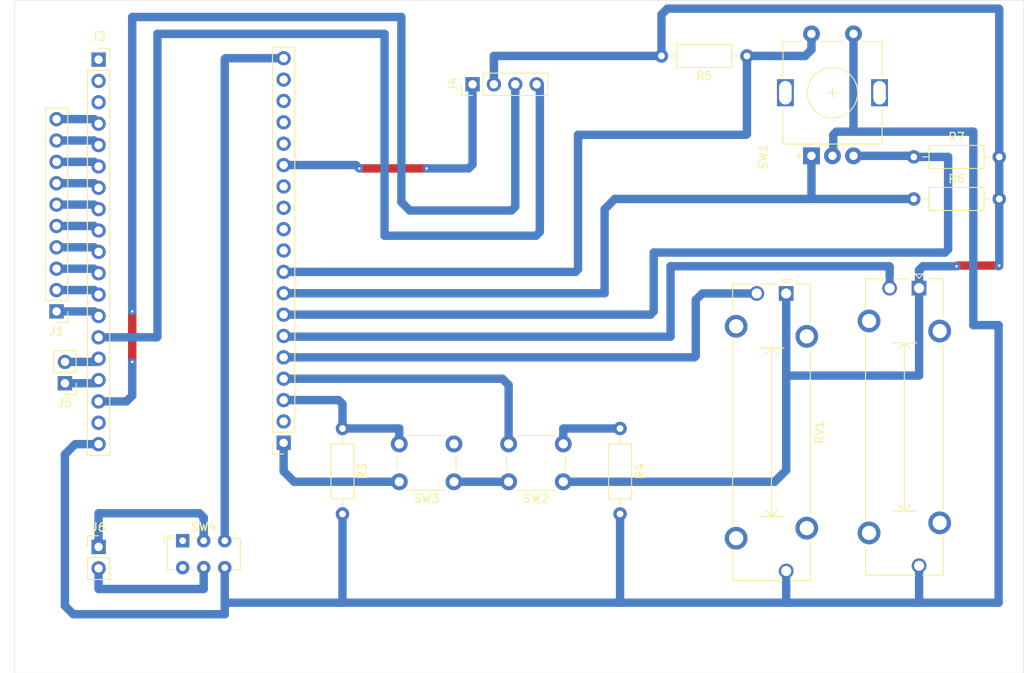
<source format=kicad_pcb>
(kicad_pcb (version 20240108) (generator "pcbnew") (generator_version "8.0")
  (layers (0 "F.Cu" signal) (31 "B.Cu" signal) (34 "B.Paste" user) (35 "F.Paste" user) (36 "B.SilkS" user "B.Silkscreen") (37 "F.SilkS" user "F.Silkscreen") (38 "B.Mask" user) (39 "F.Mask" user) (44 "Edge.Cuts" user))
  (net 0 "")
  (net 1 "/GPIO13")
  (net 2 "/5Vcc")
  (net 6 "+3.3V")
  (net 9 "/GPIO17")
  (net 10 "GND")
  (net 11 "/GPIO21")
  (net 12 "/TX")
  (net 13 "/GPIO22")
  (net 17 "/RX")
  (net 19 "Net-(J6-Pin_1)")
  (net 20 "/GPIO14")
  (net 21 "/GPIO35")
  (net 22 "/GPIO34")
  (net 23 "/GPIO36")
  (net 24 "/GPIO39")
  (net 25 "/GPIO15")
  (net 26 "/GPIO5")
  (net 27 "/GPIO18")
  (net 28 "/GPIO19")
  (net 29 "/GPIO0")
  (net 30 "Net-(J6-Pin_2)")
  (net 33 "/GPIO32")
  (net 34 "/GPIO33")
  (net 35 "/GPIO16")
  (net 36 "/GPIO2")
  (net 37 "/GPIO4")
  (net 38 "/GPIO25")
  (net 39 "Net-(J3-Pin_13)")
  (footprint "Connector_PinHeader_2.54mm:PinHeader_1x04_P2.54mm_Vertical" (layer "F.Cu") (at 154.46 59.37 90)
    (property "Reference" "J4" (at 0 -2.33 90) (layer "F.SilkS"))
    (property "Value" "OLED_DISPLAY")
    (fp_line (start -1.33 -1.33) (end 0 -1.33) (stroke (width 0.12)) (layer "F.SilkS"))
    (fp_line (start -1.33 0) (end -1.33 -1.33) (stroke (width 0.12)) (layer "F.SilkS"))
    (fp_line (start 1.33 1.27) (end 1.33 8.95) (stroke (width 0.12)) (layer "F.SilkS"))
    (fp_line (start -1.33 1.27) (end 1.33 1.27) (stroke (width 0.12)) (layer "F.SilkS"))
    (fp_line (start -1.33 1.27) (end -1.33 8.95) (stroke (width 0.12)) (layer "F.SilkS"))
    (fp_line (start -1.33 8.95) (end 1.33 8.95) (stroke (width 0.12)) (layer "F.SilkS"))
    (pad "1" thru_hole rect (at 0 0 90) (size 1.7 1.7) (drill 1) (layers "*.Cu" "*.Mask") (net 10 "GND"))
    (pad "2" thru_hole oval (at 0 2.54 90) (size 1.7 1.7) (drill 1) (layers "*.Cu" "*.Mask") (net 6 "+3.3V"))
    (pad "3" thru_hole oval (at 0 5.08 90) (size 1.7 1.7) (drill 1) (layers "*.Cu" "*.Mask") (net 13 "/GPIO22"))
    (pad "4" thru_hole oval (at 0 7.62 90) (size 1.7 1.7) (drill 1) (layers "*.Cu" "*.Mask") (net 11 "/GPIO21"))
  )
  (footprint "Resistor_THT:R_Axial_DIN0207_L6.3mm_D2.5mm_P10.16mm_Horizontal" (layer "F.Cu") (at 206.92 73)
    (property "Reference" "R6" (at 5.08 -2.37 360) (layer "F.SilkS"))
    (property "Value" "100k")
    (fp_line (start 1.04 0) (end 1.81 0) (stroke (width 0.12)) (layer "F.SilkS"))
    (fp_line (start 1.81 -1.37) (end 1.81 1.37) (stroke (width 0.12)) (layer "F.SilkS"))
    (fp_line (start 1.81 1.37) (end 8.35 1.37) (stroke (width 0.12)) (layer "F.SilkS"))
    (fp_line (start 8.35 -1.37) (end 1.81 -1.37) (stroke (width 0.12)) (layer "F.SilkS"))
    (fp_line (start 8.35 1.37) (end 8.35 -1.37) (stroke (width 0.12)) (layer "F.SilkS"))
    (fp_line (start 9.12 0) (end 8.35 0) (stroke (width 0.12)) (layer "F.SilkS"))
    (pad "1" thru_hole circle (at 0 0) (size 1.6 1.6) (drill 0.8) (layers "*.Cu" "*.Mask") (net 34 "/GPIO33"))
    (pad "2" thru_hole oval (at 10.16 0) (size 1.6 1.6) (drill 0.8) (layers "*.Cu" "*.Mask") (net 6 "+3.3V"))
  )
  (footprint "Rotary_Encoder:RotaryEncoder_Alps_EC11E-Switch_Vertical_H20mm" (layer "F.Cu") (at 194.752082 67.87 90)
    (property "Reference" "SW1" (at -0.13 -5.752082 -90) (layer "F.SilkS"))
    (property "Value" "TIME_encoder")
    (fp_line (start 13.6 -3.4) (end 13.6 -1) (stroke (width 0.12)) (layer "F.SilkS"))
    (fp_line (start 9.5 -3.4) (end 13.6 -3.4) (stroke (width 0.12)) (layer "F.SilkS"))
    (fp_line (start 5.5 -3.4) (end 1.4 -3.4) (stroke (width 0.12)) (layer "F.SilkS"))
    (fp_line (start 1.4 -3.4) (end 1.4 8.4) (stroke (width 0.12)) (layer "F.SilkS"))
    (fp_line (start 0.3 -1.6) (end 0 -1.3) (stroke (width 0.12)) (layer "F.SilkS"))
    (fp_line (start -0.3 -1.6) (end 0.3 -1.6) (stroke (width 0.12)) (layer "F.SilkS"))
    (fp_line (start 0 -1.3) (end -0.3 -1.6) (stroke (width 0.12)) (layer "F.SilkS"))
    (fp_line (start 13.6 1.2) (end 13.6 3.8) (stroke (width 0.12)) (layer "F.SilkS"))
    (fp_line (start 7.5 2) (end 7.5 3) (stroke (width 0.12)) (layer "F.SilkS"))
    (fp_line (start 7 2.5) (end 8 2.5) (stroke (width 0.12)) (layer "F.SilkS"))
    (fp_line (start 13.6 6) (end 13.6 8.4) (stroke (width 0.12)) (layer "F.SilkS"))
    (fp_line (start 13.6 8.4) (end 9.5 8.4) (stroke (width 0.12)) (layer "F.SilkS"))
    (fp_line (start 5.5 8.4) (end 1.4 8.4) (stroke (width 0.12)) (layer "F.SilkS"))
    (fp_circle (center 7.5 2.5) (end 10.5 2.5) (stroke (width 0.12)) (fill none) (layer "F.SilkS"))
    (pad "A" thru_hole rect (at 0 0 90) (size 2 2) (drill 1) (layers "*.Cu" "*.Mask") (net 34 "/GPIO33"))
    (pad "B" thru_hole circle (at 0 5 90) (size 2 2) (drill 1) (layers "*.Cu" "*.Mask") (net 33 "/GPIO32"))
    (pad "C" thru_hole circle (at 0 2.5 90) (size 2 2) (drill 1) (layers "*.Cu" "*.Mask") (net 10 "GND"))
    (pad "MP" thru_hole rect (at 7.5 -3.1 90) (size 3.2 2) (drill oval 2.8 1.5) (layers "*.Cu" "*.Mask"))
    (pad "MP" thru_hole rect (at 7.5 8.1 90) (size 3.2 2) (drill oval 2.8 1.5) (layers "*.Cu" "*.Mask"))
    (pad "S1" thru_hole circle (at 14.5 5 90) (size 2 2) (drill 1) (layers "*.Cu" "*.Mask") (net 10 "GND"))
    (pad "S2" thru_hole circle (at 14.5 0 90) (size 2 2) (drill 1) (layers "*.Cu" "*.Mask") (net 38 "/GPIO25"))
  )
  (footprint "Potentiometer_THT:Potentiometer_Bourns_PTA2043_Single_Slide" (layer "F.Cu") (at 191.75 84.235 -90)
    (property "Reference" "RV1" (at 16.5 -4 90) (layer "F.SilkS"))
    (property "Value" "GATED")
    (fp_line (start -1.12 6.37) (end 2.265 6.37) (stroke (width 0.12)) (layer "F.SilkS"))
    (fp_line (start 5.536 6.37) (end 27.465 6.37) (stroke (width 0.12)) (layer "F.SilkS"))
    (fp_line (start 30.736 6.37) (end 34.12 6.37) (stroke (width 0.12)) (layer "F.SilkS"))
    (fp_line (start -1.12 3.956) (end -1.12 6.37) (stroke (width 0.12)) (layer "F.SilkS"))
    (fp_line (start 6.5 1.75) (end 7.25 2.5) (stroke (width 0.12)) (layer "F.SilkS"))
    (fp_line (start 6.5 1.75) (end 26.5 1.75) (stroke (width 0.12)) (layer "F.SilkS"))
    (fp_line (start 26.5 1.75) (end 25.75 2.5) (stroke (width 0.12)) (layer "F.SilkS"))
    (fp_line (start -1.12 1.175) (end -1.12 3.045) (stroke (width 0.12)) (layer "F.SilkS"))
    (fp_line (start 7.25 1) (end 6.5 1.75) (stroke (width 0.12)) (layer "F.SilkS"))
    (fp_line (start 25.75 1) (end 26.5 1.75) (stroke (width 0.12)) (layer "F.SilkS"))
    (fp_line (start -1.675 0.5) (end -1.175 0) (stroke (width 0.12)) (layer "F.SilkS"))
    (fp_line (start 34.12 0.456) (end 34.12 6.37) (stroke (width 0.12)) (layer "F.SilkS"))
    (fp_line (start 6.5 0.25) (end 6.5 3.25) (stroke (width 0.12)) (layer "F.SilkS"))
    (fp_line (start 26.5 0.25) (end 26.5 3.25) (stroke (width 0.12)) (layer "F.SilkS"))
    (fp_line (start -1.175 0) (end -1.675 -0.5) (stroke (width 0.12)) (layer "F.SilkS"))
    (fp_line (start -1.675 -0.5) (end -1.675 0.5) (stroke (width 0.12)) (layer "F.SilkS"))
    (fp_line (start -1.12 -2.87) (end -1.12 -1.175) (stroke (width 0.12)) (layer "F.SilkS"))
    (fp_line (start -1.12 -2.87) (end 3.465 -2.87) (stroke (width 0.12)) (layer "F.SilkS"))
    (fp_line (start 6.736 -2.87) (end 26.265 -2.87) (stroke (width 0.12)) (layer "F.SilkS"))
    (fp_line (start 29.536 -2.87) (end 34.12 -2.87) (stroke (width 0.12)) (layer "F.SilkS"))
    (fp_line (start 34.12 -2.87) (end 34.12 -0.456) (stroke (width 0.12)) (layer "F.SilkS"))
    (pad "1" thru_hole rect (at 0 0 270) (size 1.75 1.75) (drill 1.2) (layers "*.Cu" "*.Mask") (net 6 "+3.3V"))
    (pad "2" thru_hole circle (at 0 3.5 270) (size 1.75 1.75) (drill 1.2) (layers "*.Cu" "*.Mask") (net 22 "/GPIO34"))
    (pad "3" thru_hole circle (at 33 0 270) (size 1.75 1.75) (drill 1.2) (layers "*.Cu" "*.Mask") (net 10 "GND"))
    (pad "MP" thru_hole circle (at 3.9 5.95 270) (size 2.7 2.7) (drill 1.7) (layers "*.Cu" "*.Mask"))
    (pad "MP" thru_hole circle (at 5.1 -2.45 270) (size 2.7 2.7) (drill 1.7) (layers "*.Cu" "*.Mask"))
    (pad "MP" thru_hole circle (at 27.9 -2.45 270) (size 2.7 2.7) (drill 1.7) (layers "*.Cu" "*.Mask"))
    (pad "MP" thru_hole circle (at 29.1 5.95 270) (size 2.7 2.7) (drill 1.7) (layers "*.Cu" "*.Mask"))
  )
  (footprint "Button_Switch_THT:SW_E-Switch_EG1271_SPDT" (layer "F.Cu") (at 120 113.63)
    (property "Reference" "SW4" (at 2.5 -1.65 0) (layer "F.SilkS"))
    (property "Value" "ON/OFF")
    (fp_line (start -2.15 -0.55) (end -1.15 -0.55) (stroke (width 0.12)) (layer "F.SilkS"))
    (fp_line (start -2.15 0.45) (end -2.15 -0.55) (stroke (width 0.12)) (layer "F.SilkS"))
    (fp_line (start -1.85 -0.25) (end -1 -0.25) (stroke (width 0.12)) (layer "F.SilkS"))
    (fp_line (start -1.85 3.45) (end -1.85 -0.25) (stroke (width 0.12)) (layer "F.SilkS"))
    (fp_line (start -0.97 3.45) (end -1.85 3.45) (stroke (width 0.12)) (layer "F.SilkS"))
    (fp_line (start 1 -0.25) (end 1.53 -0.25) (stroke (width 0.12)) (layer "F.SilkS"))
    (fp_line (start 1.53 3.45) (end 0.97 3.45) (stroke (width 0.12)) (layer "F.SilkS"))
    (fp_line (start 3.47 -0.25) (end 4.03 -0.25) (stroke (width 0.12)) (layer "F.SilkS"))
    (fp_line (start 4.02 3.45) (end 3.47 3.45) (stroke (width 0.12)) (layer "F.SilkS"))
    (fp_line (start 5.97 -0.25) (end 6.85 -0.25) (stroke (width 0.12)) (layer "F.SilkS"))
    (fp_line (start 6.85 -0.25) (end 6.85 3.45) (stroke (width 0.12)) (layer "F.SilkS"))
    (fp_line (start 6.85 3.45) (end 5.98 3.45) (stroke (width 0.12)) (layer "F.SilkS"))
    (pad "1" thru_hole rect (at 0 0) (size 1.6 1.6) (drill 0.8) (layers "*.Cu" "*.Mask"))
    (pad "2" thru_hole circle (at 2.5 0) (size 1.6 1.6) (drill 0.8) (layers "*.Cu" "*.Mask") (net 19 "Net-(J6-Pin_1)"))
    (pad "3" thru_hole circle (at 5 0) (size 1.6 1.6) (drill 0.8) (layers "*.Cu" "*.Mask") (net 2 "/5Vcc"))
    (pad "4" thru_hole circle (at 0 3.2) (size 1.6 1.6) (drill 0.8) (layers "*.Cu" "*.Mask"))
    (pad "5" thru_hole circle (at 2.5 3.2) (size 1.6 1.6) (drill 0.8) (layers "*.Cu" "*.Mask") (net 30 "Net-(J6-Pin_2)"))
    (pad "6" thru_hole circle (at 5 3.2) (size 1.6 1.6) (drill 0.8) (layers "*.Cu" "*.Mask") (net 10 "GND"))
  )
  (footprint "Button_Switch_THT:SW_PUSH_6mm" (layer "F.Cu") (at 165.25 106.62 180)
    (property "Reference" "SW2" (at 3.25 -2 180) (layer "F.SilkS"))
    (property "Value" "PLAY")
    (fp_line (start 6.75 3) (end 6.75 1.5) (stroke (width 0.12)) (layer "F.SilkS"))
    (fp_line (start 5.5 -1) (end 1 -1) (stroke (width 0.12)) (layer "F.SilkS"))
    (fp_line (start 1 5.5) (end 5.5 5.5) (stroke (width 0.12)) (layer "F.SilkS"))
    (fp_line (start -0.25 1.5) (end -0.25 3) (stroke (width 0.12)) (layer "F.SilkS"))
    (pad "1" thru_hole circle (at 0 0 270) (size 2 2) (drill 1.1) (layers "*.Cu" "*.Mask") (net 6 "+3.3V"))
    (pad "1" thru_hole circle (at 6.5 0 270) (size 2 2) (drill 1.1) (layers "*.Cu" "*.Mask") (net 6 "+3.3V"))
    (pad "2" thru_hole circle (at 0 4.5 270) (size 2 2) (drill 1.1) (layers "*.Cu" "*.Mask") (net 24 "/GPIO39"))
    (pad "2" thru_hole circle (at 6.5 4.5 270) (size 2 2) (drill 1.1) (layers "*.Cu" "*.Mask") (net 24 "/GPIO39"))
  )
  (footprint "Button_Switch_THT:SW_PUSH_6mm" (layer "F.Cu") (at 152.25 106.62 180)
    (property "Reference" "SW3" (at 3.25 -2 180) (layer "F.SilkS"))
    (property "Value" "REC")
    (fp_line (start 6.75 3) (end 6.75 1.5) (stroke (width 0.12)) (layer "F.SilkS"))
    (fp_line (start 5.5 -1) (end 1 -1) (stroke (width 0.12)) (layer "F.SilkS"))
    (fp_line (start 1 5.5) (end 5.5 5.5) (stroke (width 0.12)) (layer "F.SilkS"))
    (fp_line (start -0.25 1.5) (end -0.25 3) (stroke (width 0.12)) (layer "F.SilkS"))
    (pad "1" thru_hole circle (at 0 0 270) (size 2 2) (drill 1.1) (layers "*.Cu" "*.Mask") (net 6 "+3.3V"))
    (pad "1" thru_hole circle (at 6.5 0 270) (size 2 2) (drill 1.1) (layers "*.Cu" "*.Mask") (net 6 "+3.3V"))
    (pad "2" thru_hole circle (at 0 4.5 270) (size 2 2) (drill 1.1) (layers "*.Cu" "*.Mask") (net 23 "/GPIO36"))
    (pad "2" thru_hole circle (at 6.5 4.5 270) (size 2 2) (drill 1.1) (layers "*.Cu" "*.Mask") (net 23 "/GPIO36"))
  )
  (footprint "Connector_PinSocket_2.54mm:PinSocket_1x19_P2.54mm_Vertical" (layer "F.Cu") (at 110 56.43)
    (property "Reference" "J3" (at 0 -2.77 0) (layer "F.SilkS"))
    (property "Value" "01x19_Socket" (hide yes))
    (fp_line (start -1.33 1.27) (end -1.33 47.05) (stroke (width 0.12)) (layer "F.SilkS"))
    (fp_line (start -1.33 1.27) (end 1.33 1.27) (stroke (width 0.12)) (layer "F.SilkS"))
    (fp_line (start -1.33 47.05) (end 1.33 47.05) (stroke (width 0.12)) (layer "F.SilkS"))
    (fp_line (start 0 -1.33) (end 1.33 -1.33) (stroke (width 0.12)) (layer "F.SilkS"))
    (fp_line (start 1.33 -1.33) (end 1.33 0) (stroke (width 0.12)) (layer "F.SilkS"))
    (fp_line (start 1.33 1.27) (end 1.33 47.05) (stroke (width 0.12)) (layer "F.SilkS"))
    (pad "1" thru_hole rect (at 0 0) (size 1.7 1.7) (drill 1) (layers "*.Cu" "*.Mask"))
    (pad "2" thru_hole oval (at 0 2.54) (size 1.7 1.7) (drill 1) (layers "*.Cu" "*.Mask"))
    (pad "3" thru_hole oval (at 0 5.08) (size 1.7 1.7) (drill 1) (layers "*.Cu" "*.Mask"))
    (pad "4" thru_hole oval (at 0 7.62) (size 1.7 1.7) (drill 1) (layers "*.Cu" "*.Mask") (net 25 "/GPIO15"))
    (pad "5" thru_hole oval (at 0 10.16) (size 1.7 1.7) (drill 1) (layers "*.Cu" "*.Mask") (net 36 "/GPIO2"))
    (pad "6" thru_hole oval (at 0 12.7) (size 1.7 1.7) (drill 1) (layers "*.Cu" "*.Mask") (net 29 "/GPIO0"))
    (pad "7" thru_hole oval (at 0 15.24) (size 1.7 1.7) (drill 1) (layers "*.Cu" "*.Mask") (net 37 "/GPIO4"))
    (pad "8" thru_hole oval (at 0 17.78) (size 1.7 1.7) (drill 1) (layers "*.Cu" "*.Mask") (net 35 "/GPIO16"))
    (pad "9" thru_hole oval (at 0 20.32) (size 1.7 1.7) (drill 1) (layers "*.Cu" "*.Mask") (net 9 "/GPIO17"))
    (pad "10" thru_hole oval (at 0 22.86) (size 1.7 1.7) (drill 1) (layers "*.Cu" "*.Mask") (net 26 "/GPIO5"))
    (pad "11" thru_hole oval (at 0 25.4) (size 1.7 1.7) (drill 1) (layers "*.Cu" "*.Mask") (net 27 "/GPIO18"))
    (pad "12" thru_hole oval (at 0 27.94) (size 1.7 1.7) (drill 1) (layers "*.Cu" "*.Mask") (net 28 "/GPIO19"))
    (pad "13" thru_hole oval (at 0 30.48) (size 1.7 1.7) (drill 1) (layers "*.Cu" "*.Mask") (net 39 "Net-(J3-Pin_13)"))
    (pad "14" thru_hole oval (at 0 33.02) (size 1.7 1.7) (drill 1) (layers "*.Cu" "*.Mask") (net 11 "/GPIO21"))
    (pad "15" thru_hole oval (at 0 35.56) (size 1.7 1.7) (drill 1) (layers "*.Cu" "*.Mask") (net 17 "/RX"))
    (pad "16" thru_hole oval (at 0 38.1) (size 1.7 1.7) (drill 1) (layers "*.Cu" "*.Mask") (net 12 "/TX"))
    (pad "17" thru_hole oval (at 0 40.64) (size 1.7 1.7) (drill 1) (layers "*.Cu" "*.Mask") (net 13 "/GPIO22"))
    (pad "18" thru_hole oval (at 0 43.18) (size 1.7 1.7) (drill 1) (layers "*.Cu" "*.Mask"))
    (pad "19" thru_hole oval (at 0 45.72) (size 1.7 1.7) (drill 1) (layers "*.Cu" "*.Mask") (net 10 "GND"))
  )
  (footprint "Resistor_THT:R_Axial_DIN0207_L6.3mm_D2.5mm_P10.16mm_Horizontal" (layer "F.Cu") (at 187.08 56 180)
    (property "Reference" "R5" (at 5.08 -2.37 180) (layer "F.SilkS"))
    (property "Value" "100k")
    (fp_line (start 9.12 0) (end 8.35 0) (stroke (width 0.12)) (layer "F.SilkS"))
    (fp_line (start 8.35 1.37) (end 8.35 -1.37) (stroke (width 0.12)) (layer "F.SilkS"))
    (fp_line (start 8.35 -1.37) (end 1.81 -1.37) (stroke (width 0.12)) (layer "F.SilkS"))
    (fp_line (start 1.81 1.37) (end 8.35 1.37) (stroke (width 0.12)) (layer "F.SilkS"))
    (fp_line (start 1.81 -1.37) (end 1.81 1.37) (stroke (width 0.12)) (layer "F.SilkS"))
    (fp_line (start 1.04 0) (end 1.81 0) (stroke (width 0.12)) (layer "F.SilkS"))
    (pad "1" thru_hole circle (at 0 0 180) (size 1.6 1.6) (drill 0.8) (layers "*.Cu" "*.Mask") (net 38 "/GPIO25"))
    (pad "2" thru_hole oval (at 10.16 0 180) (size 1.6 1.6) (drill 0.8) (layers "*.Cu" "*.Mask") (net 6 "+3.3V"))
  )
  (footprint "Potentiometer_THT:Potentiometer_Bourns_PTA2043_Single_Slide" (layer "F.Cu") (at 207.55 83.605 -90)
    (property "Reference" "RV2" (hide yes))
    (property "Value" "VELOCITY")
    (fp_line (start -1.12 6.37) (end 2.265 6.37) (stroke (width 0.12)) (layer "F.SilkS"))
    (fp_line (start 5.536 6.37) (end 27.465 6.37) (stroke (width 0.12)) (layer "F.SilkS"))
    (fp_line (start 30.736 6.37) (end 34.12 6.37) (stroke (width 0.12)) (layer "F.SilkS"))
    (fp_line (start -1.12 3.956) (end -1.12 6.37) (stroke (width 0.12)) (layer "F.SilkS"))
    (fp_line (start 6.5 1.75) (end 7.25 2.5) (stroke (width 0.12)) (layer "F.SilkS"))
    (fp_line (start 6.5 1.75) (end 26.5 1.75) (stroke (width 0.12)) (layer "F.SilkS"))
    (fp_line (start 26.5 1.75) (end 25.75 2.5) (stroke (width 0.12)) (layer "F.SilkS"))
    (fp_line (start -1.12 1.175) (end -1.12 3.045) (stroke (width 0.12)) (layer "F.SilkS"))
    (fp_line (start 7.25 1) (end 6.5 1.75) (stroke (width 0.12)) (layer "F.SilkS"))
    (fp_line (start 25.75 1) (end 26.5 1.75) (stroke (width 0.12)) (layer "F.SilkS"))
    (fp_line (start -1.675 0.5) (end -1.175 0) (stroke (width 0.12)) (layer "F.SilkS"))
    (fp_line (start 34.12 0.456) (end 34.12 6.37) (stroke (width 0.12)) (layer "F.SilkS"))
    (fp_line (start 6.5 0.25) (end 6.5 3.25) (stroke (width 0.12)) (layer "F.SilkS"))
    (fp_line (start 26.5 0.25) (end 26.5 3.25) (stroke (width 0.12)) (layer "F.SilkS"))
    (fp_line (start -1.175 0) (end -1.675 -0.5) (stroke (width 0.12)) (layer "F.SilkS"))
    (fp_line (start -1.675 -0.5) (end -1.675 0.5) (stroke (width 0.12)) (layer "F.SilkS"))
    (fp_line (start -1.12 -2.87) (end -1.12 -1.175) (stroke (width 0.12)) (layer "F.SilkS"))
    (fp_line (start -1.12 -2.87) (end 3.465 -2.87) (stroke (width 0.12)) (layer "F.SilkS"))
    (fp_line (start 6.736 -2.87) (end 26.265 -2.87) (stroke (width 0.12)) (layer "F.SilkS"))
    (fp_line (start 29.536 -2.87) (end 34.12 -2.87) (stroke (width 0.12)) (layer "F.SilkS"))
    (fp_line (start 34.12 -2.87) (end 34.12 -0.456) (stroke (width 0.12)) (layer "F.SilkS"))
    (pad "1" thru_hole rect (at 0 0 270) (size 1.75 1.75) (drill 1.2) (layers "*.Cu" "*.Mask") (net 6 "+3.3V"))
    (pad "2" thru_hole circle (at 0 3.5 270) (size 1.75 1.75) (drill 1.2) (layers "*.Cu" "*.Mask") (net 21 "/GPIO35"))
    (pad "3" thru_hole circle (at 33 0 270) (size 1.75 1.75) (drill 1.2) (layers "*.Cu" "*.Mask") (net 10 "GND"))
    (pad "MP" thru_hole circle (at 3.9 5.95 270) (size 2.7 2.7) (drill 1.7) (layers "*.Cu" "*.Mask"))
    (pad "MP" thru_hole circle (at 5.1 -2.45 270) (size 2.7 2.7) (drill 1.7) (layers "*.Cu" "*.Mask"))
    (pad "MP" thru_hole circle (at 27.9 -2.45 270) (size 2.7 2.7) (drill 1.7) (layers "*.Cu" "*.Mask"))
    (pad "MP" thru_hole circle (at 29.1 5.95 270) (size 2.7 2.7) (drill 1.7) (layers "*.Cu" "*.Mask"))
  )
  (footprint "Connector_PinHeader_2.54mm:PinHeader_1x02_P2.54mm_Vertical" (layer "F.Cu") (at 110 114.37)
    (property "Reference" "J6" (at 0 -2.33 360) (layer "F.SilkS"))
    (property "Value" "GND/Vcc")
    (fp_line (start -1.33 -1.33) (end 0 -1.33) (stroke (width 0.12)) (layer "F.SilkS"))
    (fp_line (start -1.33 0) (end -1.33 -1.33) (stroke (width 0.12)) (layer "F.SilkS"))
    (fp_line (start -1.33 1.27) (end -1.33 3.87) (stroke (width 0.12)) (layer "F.SilkS"))
    (fp_line (start -1.33 1.27) (end 1.33 1.27) (stroke (width 0.12)) (layer "F.SilkS"))
    (fp_line (start -1.33 3.87) (end 1.33 3.87) (stroke (width 0.12)) (layer "F.SilkS"))
    (fp_line (start 1.33 1.27) (end 1.33 3.87) (stroke (width 0.12)) (layer "F.SilkS"))
    (pad "1" thru_hole rect (at 0 0) (size 1.7 1.7) (drill 1) (layers "*.Cu" "*.Mask") (net 19 "Net-(J6-Pin_1)"))
    (pad "2" thru_hole oval (at 0 2.54) (size 1.7 1.7) (drill 1) (layers "*.Cu" "*.Mask") (net 30 "Net-(J6-Pin_2)"))
  )
  (footprint "Resistor_THT:R_Axial_DIN0207_L6.3mm_D2.5mm_P10.16mm_Horizontal" (layer "F.Cu") (at 139 100.29 -90)
    (property "Reference" "R3" (at 5.08 -2.37 90) (layer "F.SilkS"))
    (property "Value" "100k")
    (fp_line (start 1.81 1.37) (end 8.35 1.37) (stroke (width 0.12)) (layer "F.SilkS"))
    (fp_line (start 8.35 1.37) (end 8.35 -1.37) (stroke (width 0.12)) (layer "F.SilkS"))
    (fp_line (start 1.04 0) (end 1.81 0) (stroke (width 0.12)) (layer "F.SilkS"))
    (fp_line (start 9.12 0) (end 8.35 0) (stroke (width 0.12)) (layer "F.SilkS"))
    (fp_line (start 1.81 -1.37) (end 1.81 1.37) (stroke (width 0.12)) (layer "F.SilkS"))
    (fp_line (start 8.35 -1.37) (end 1.81 -1.37) (stroke (width 0.12)) (layer "F.SilkS"))
    (pad "1" thru_hole circle (at 0 0 270) (size 1.6 1.6) (drill 0.8) (layers "*.Cu" "*.Mask") (net 23 "/GPIO36"))
    (pad "2" thru_hole oval (at 10.16 0 270) (size 1.6 1.6) (drill 0.8) (layers "*.Cu" "*.Mask") (net 10 "GND"))
  )
  (footprint "Connector_PinHeader_2.54mm:PinHeader_1x02_P2.54mm_Vertical" (layer "F.Cu") (at 106 94.91 180)
    (property "Reference" "J5" (at 0 -2.33 180) (layer "F.SilkS"))
    (property "Value" "MIDI rx/tx")
    (fp_line (start 1.33 1.27) (end 1.33 3.87) (stroke (width 0.12)) (layer "F.SilkS"))
    (fp_line (start -1.33 3.87) (end 1.33 3.87) (stroke (width 0.12)) (layer "F.SilkS"))
    (fp_line (start -1.33 1.27) (end 1.33 1.27) (stroke (width 0.12)) (layer "F.SilkS"))
    (fp_line (start -1.33 1.27) (end -1.33 3.87) (stroke (width 0.12)) (layer "F.SilkS"))
    (fp_line (start -1.33 0) (end -1.33 -1.33) (stroke (width 0.12)) (layer "F.SilkS"))
    (fp_line (start -1.33 -1.33) (end 0 -1.33) (stroke (width 0.12)) (layer "F.SilkS"))
    (pad "1" thru_hole rect (at 0 0 180) (size 1.7 1.7) (drill 1) (layers "*.Cu" "*.Mask") (net 12 "/TX"))
    (pad "2" thru_hole oval (at 0 2.54 180) (size 1.7 1.7) (drill 1) (layers "*.Cu" "*.Mask") (net 17 "/RX"))
  )
  (footprint "Connector_PinSocket_2.54mm:PinSocket_1x19_P2.54mm_Vertical" (layer "F.Cu") (at 132 101.99 180)
    (property "Reference" "J2" (hide yes))
    (property "Value" "ESP32")
    (fp_line (start 1.33 1.27) (end 1.33 47.05) (stroke (width 0.12)) (layer "F.SilkS"))
    (fp_line (start 1.33 -1.33) (end 1.33 0) (stroke (width 0.12)) (layer "F.SilkS"))
    (fp_line (start 0 -1.33) (end 1.33 -1.33) (stroke (width 0.12)) (layer "F.SilkS"))
    (fp_line (start -1.33 47.05) (end 1.33 47.05) (stroke (width 0.12)) (layer "F.SilkS"))
    (fp_line (start -1.33 1.27) (end 1.33 1.27) (stroke (width 0.12)) (layer "F.SilkS"))
    (fp_line (start -1.33 1.27) (end -1.33 47.05) (stroke (width 0.12)) (layer "F.SilkS"))
    (pad "1" thru_hole rect (at 0 0 180) (size 1.7 1.7) (drill 1) (layers "*.Cu" "*.Mask") (net 6 "+3.3V"))
    (pad "2" thru_hole oval (at 0 2.54 180) (size 1.7 1.7) (drill 1) (layers "*.Cu" "*.Mask"))
    (pad "3" thru_hole oval (at 0 5.08 180) (size 1.7 1.7) (drill 1) (layers "*.Cu" "*.Mask") (net 23 "/GPIO36"))
    (pad "4" thru_hole oval (at 0 7.62 180) (size 1.7 1.7) (drill 1) (layers "*.Cu" "*.Mask") (net 24 "/GPIO39"))
    (pad "5" thru_hole oval (at 0 10.16 180) (size 1.7 1.7) (drill 1) (layers "*.Cu" "*.Mask") (net 22 "/GPIO34"))
    (pad "6" thru_hole oval (at 0 12.7 180) (size 1.7 1.7) (drill 1) (layers "*.Cu" "*.Mask") (net 21 "/GPIO35"))
    (pad "7" thru_hole oval (at 0 15.24 180) (size 1.7 1.7) (drill 1) (layers "*.Cu" "*.Mask") (net 33 "/GPIO32"))
    (pad "8" thru_hole oval (at 0 17.78 180) (size 1.7 1.7) (drill 1) (layers "*.Cu" "*.Mask") (net 34 "/GPIO33"))
    (pad "9" thru_hole oval (at 0 20.32 180) (size 1.7 1.7) (drill 1) (layers "*.Cu" "*.Mask") (net 38 "/GPIO25"))
    (pad "10" thru_hole oval (at 0 22.86 180) (size 1.7 1.7) (drill 1) (layers "*.Cu" "*.Mask"))
    (pad "11" thru_hole oval (at 0 25.4 180) (size 1.7 1.7) (drill 1) (layers "*.Cu" "*.Mask"))
    (pad "12" thru_hole oval (at 0 27.94 180) (size 1.7 1.7) (drill 1) (layers "*.Cu" "*.Mask") (net 20 "/GPIO14"))
    (pad "13" thru_hole oval (at 0 30.48 180) (size 1.7 1.7) (drill 1) (layers "*.Cu" "*.Mask"))
    (pad "14" thru_hole oval (at 0 33.02 180) (size 1.7 1.7) (drill 1) (layers "*.Cu" "*.Mask") (net 10 "GND"))
    (pad "15" thru_hole oval (at 0 35.56 180) (size 1.7 1.7) (drill 1) (layers "*.Cu" "*.Mask") (net 1 "/GPIO13"))
    (pad "16" thru_hole oval (at 0 38.1 180) (size 1.7 1.7) (drill 1) (layers "*.Cu" "*.Mask"))
    (pad "17" thru_hole oval (at 0 40.64 180) (size 1.7 1.7) (drill 1) (layers "*.Cu" "*.Mask"))
    (pad "18" thru_hole oval (at 0 43.18 180) (size 1.7 1.7) (drill 1) (layers "*.Cu" "*.Mask"))
    (pad "19" thru_hole oval (at 0 45.72 180) (size 1.7 1.7) (drill 1) (layers "*.Cu" "*.Mask") (net 2 "/5Vcc"))
  )
  (footprint "Connector_PinHeader_2.54mm:PinHeader_1x10_P2.54mm_Vertical" (layer "F.Cu") (at 105 86.37 180)
    (property "Reference" "J1" (at 0 -2.33 180) (layer "F.SilkS"))
    (property "Value" "PINHD_1x10_Male")
    (fp_line (start 1.33 1.27) (end 1.33 24.19) (stroke (width 0.12)) (layer "F.SilkS"))
    (fp_line (start -1.33 24.19) (end 1.33 24.19) (stroke (width 0.12)) (layer "F.SilkS"))
    (fp_line (start -1.33 1.27) (end 1.33 1.27) (stroke (width 0.12)) (layer "F.SilkS"))
    (fp_line (start -1.33 1.27) (end -1.33 24.19) (stroke (width 0.12)) (layer "F.SilkS"))
    (fp_line (start -1.33 0) (end -1.33 -1.33) (stroke (width 0.12)) (layer "F.SilkS"))
    (fp_line (start -1.33 -1.33) (end 0 -1.33) (stroke (width 0.12)) (layer "F.SilkS"))
    (pad "1" thru_hole rect (at 0 0 180) (size 1.7 1.7) (drill 1) (layers "*.Cu" "*.Mask") (net 39 "Net-(J3-Pin_13)"))
    (pad "2" thru_hole oval (at 0 2.54 180) (size 1.7 1.7) (drill 1) (layers "*.Cu" "*.Mask") (net 28 "/GPIO19"))
    (pad "3" thru_hole oval (at 0 5.08 180) (size 1.7 1.7) (drill 1) (layers "*.Cu" "*.Mask") (net 27 "/GPIO18"))
    (pad "4" thru_hole oval (at 0 7.62 180) (size 1.7 1.7) (drill 1) (layers "*.Cu" "*.Mask") (net 26 "/GPIO5"))
    (pad "5" thru_hole oval (at 0 10.16 180) (size 1.7 1.7) (drill 1) (layers "*.Cu" "*.Mask") (net 9 "/GPIO17"))
    (pad "6" thru_hole oval (at 0 12.7 180) (size 1.7 1.7) (drill 1) (layers "*.Cu" "*.Mask") (net 35 "/GPIO16"))
    (pad "7" thru_hole oval (at 0 15.24 180) (size 1.7 1.7) (drill 1) (layers "*.Cu" "*.Mask") (net 37 "/GPIO4"))
    (pad "8" thru_hole oval (at 0 17.78 180) (size 1.7 1.7) (drill 1) (layers "*.Cu" "*.Mask") (net 29 "/GPIO0"))
    (pad "9" thru_hole oval (at 0 20.32 180) (size 1.7 1.7) (drill 1) (layers "*.Cu" "*.Mask") (net 36 "/GPIO2"))
    (pad "10" thru_hole oval (at 0 22.86 180) (size 1.7 1.7) (drill 1) (layers "*.Cu" "*.Mask") (net 25 "/GPIO15"))
  )
  (footprint "Resistor_THT:R_Axial_DIN0207_L6.3mm_D2.5mm_P10.16mm_Horizontal" (layer "F.Cu") (at 172 100.29 -90)
    (property "Reference" "R4" (at 5.08 -2.37 90) (layer "F.SilkS"))
    (property "Value" "100k")
    (fp_line (start 1.81 1.37) (end 8.35 1.37) (stroke (width 0.12)) (layer "F.SilkS"))
    (fp_line (start 8.35 1.37) (end 8.35 -1.37) (stroke (width 0.12)) (layer "F.SilkS"))
    (fp_line (start 1.04 0) (end 1.81 0) (stroke (width 0.12)) (layer "F.SilkS"))
    (fp_line (start 9.12 0) (end 8.35 0) (stroke (width 0.12)) (layer "F.SilkS"))
    (fp_line (start 1.81 -1.37) (end 1.81 1.37) (stroke (width 0.12)) (layer "F.SilkS"))
    (fp_line (start 8.35 -1.37) (end 1.81 -1.37) (stroke (width 0.12)) (layer "F.SilkS"))
    (pad "1" thru_hole circle (at 0 0 270) (size 1.6 1.6) (drill 0.8) (layers "*.Cu" "*.Mask") (net 24 "/GPIO39"))
    (pad "2" thru_hole oval (at 10.16 0 270) (size 1.6 1.6) (drill 0.8) (layers "*.Cu" "*.Mask") (net 10 "GND"))
  )
  (footprint "Resistor_THT:R_Axial_DIN0207_L6.3mm_D2.5mm_P10.16mm_Horizontal" (layer "F.Cu") (at 206.92 68)
    (property "Reference" "R7" (at 5.08 -2.37 0) (layer "F.SilkS"))
    (property "Value" "100k")
    (fp_line (start 1.04 0) (end 1.81 0) (stroke (width 0.12)) (layer "F.SilkS"))
    (fp_line (start 1.81 -1.37) (end 1.81 1.37) (stroke (width 0.12)) (layer "F.SilkS"))
    (fp_line (start 1.81 1.37) (end 8.35 1.37) (stroke (width 0.12)) (layer "F.SilkS"))
    (fp_line (start 8.35 -1.37) (end 1.81 -1.37) (stroke (width 0.12)) (layer "F.SilkS"))
    (fp_line (start 8.35 1.37) (end 8.35 -1.37) (stroke (width 0.12)) (layer "F.SilkS"))
    (fp_line (start 9.12 0) (end 8.35 0) (stroke (width 0.12)) (layer "F.SilkS"))
    (pad "1" thru_hole circle (at 0 0) (size 1.6 1.6) (drill 0.8) (layers "*.Cu" "*.Mask") (net 33 "/GPIO32"))
    (pad "2" thru_hole oval (at 10.16 0) (size 1.6 1.6) (drill 0.8) (layers "*.Cu" "*.Mask") (net 6 "+3.3V"))
  )
  (gr_line (start 220 129.37) (end 100 129.37) (stroke (width 0.05)) (layer "Edge.Cuts"))
  (gr_line (start 100 49.37) (end 220 49.37) (stroke (width 0.05)) (layer "Edge.Cuts"))
  (gr_line (start 100 129.37) (end 100 49.37) (stroke (width 0.05)) (layer "Edge.Cuts"))
  (gr_line (start 220 49.37) (end 220 129.37) (stroke (width 0.05)) (layer "Edge.Cuts"))
  (segment (start 125 56.37) (end 125 113.63) (width 1) (layer "B.Cu") (net 2))
  (segment (start 125.1 56.27) (end 125 56.37) (width 1) (layer "B.Cu") (net 2))
  (segment (start 132 56.27) (end 125.1 56.27) (width 1) (layer "B.Cu") (net 2))
  (segment (start 212.08 80.92) (end 212 81) (width 1) (layer "F.Cu") (net 6))
  (segment (start 217.08 80.92) (end 212.08 80.92) (width 1) (layer "F.Cu") (net 6))
  (via (at 212 81) (size 0.6) (drill 0.3) (layers "F.Cu" "B.Cu") (net 6))
  (via (at 217.08 80.92) (size 0.6) (drill 0.3) (layers "F.Cu" "B.Cu") (net 6))
  (segment (start 191.75 105.25) (end 191.75 94) (width 1) (layer "B.Cu") (net 6))
  (segment (start 208 81) (end 212 81) (width 1) (layer "B.Cu") (net 6))
  (segment (start 157 59.37) (end 157 56) (width 1) (layer "B.Cu") (net 6))
  (segment (start 157 56) (end 157 57) (width 1) (layer "B.Cu") (net 6))
  (segment (start 207.55 94) (end 207.55 83.605) (width 1) (layer "B.Cu") (net 6))
  (segment (start 132 105.37) (end 133.25 106.62) (width 1) (layer "B.Cu") (net 6))
  (segment (start 152.25 106.62) (end 158.75 106.62) (width 1) (layer "B.Cu") (net 6))
  (segment (start 133.25 106.62) (end 145.75 106.62) (width 1) (layer "B.Cu") (net 6))
  (segment (start 217.08 73) (end 217.08 68) (width 1) (layer "B.Cu") (net 6))
  (segment (start 176.92 56) (end 157 56) (width 1) (layer "B.Cu") (net 6))
  (segment (start 165.25 106.62) (end 190.38 106.62) (width 1) (layer "B.Cu") (net 6))
  (segment (start 217.08 68) (end 217.08 50.45) (width 1) (layer "B.Cu") (net 6))
  (segment (start 207.55 81.45) (end 208 81) (width 1) (layer "B.Cu") (net 6))
  (segment (start 191.75 94) (end 207.55 94) (width 1) (layer "B.Cu") (net 6))
  (segment (start 217 50.37) (end 177.63 50.37) (width 1) (layer "B.Cu") (net 6))
  (segment (start 191.75 94) (end 191.75 84.235) (width 1) (layer "B.Cu") (net 6))
  (segment (start 217 81) (end 217.08 80.92) (width 1) (layer "B.Cu") (net 6))
  (segment (start 132 101.99) (end 132 105.37) (width 1) (layer "B.Cu") (net 6))
  (segment (start 177.63 50.37) (end 176.92 51.08) (width 1) (layer "B.Cu") (net 6))
  (segment (start 190.38 106.62) (end 191.75 105.25) (width 1) (layer "B.Cu") (net 6))
  (segment (start 217.08 50.45) (end 217 50.37) (width 1) (layer "B.Cu") (net 6))
  (segment (start 207.55 83.605) (end 207.55 81.45) (width 1) (layer "B.Cu") (net 6))
  (segment (start 217.08 73) (end 217.08 80.92) (width 1) (layer "B.Cu") (net 6))
  (segment (start 176.92 51.08) (end 176.92 56) (width 1) (layer "B.Cu") (net 6))
  (segment (start 109.46 76.21) (end 110 76.75) (width 1) (layer "B.Cu") (net 9))
  (segment (start 105 76.21) (end 109.46 76.21) (width 1) (layer "B.Cu") (net 9))
  (segment (start 149 69.37) (end 141 69.37) (width 1) (layer "F.Cu") (net 10))
  (via (at 141 69.37) (size 0.6) (drill 0.3) (layers "F.Cu" "B.Cu") (net 10))
  (via (at 149 69.37) (size 0.6) (drill 0.3) (layers "F.Cu" "B.Cu") (net 10))
  (segment (start 197.347918 65.37) (end 197.717918 65) (width 1) (layer "B.Cu") (net 10))
  (segment (start 107 122.37) (end 125 122.37) (width 1) (layer "B.Cu") (net 10))
  (segment (start 106 103.37) (end 106 116.37) (width 1) (layer "B.Cu") (net 10))
  (segment (start 154.46 68.91) (end 154 69.37) (width 1) (layer "B.Cu") (net 10))
  (segment (start 106 121.37) (end 107 122.37) (width 1) (layer "B.Cu") (net 10))
  (segment (start 214 88) (end 217 88) (width 1) (layer "B.Cu") (net 10))
  (segment (start 217 121) (end 207.55 121) (width 1) (layer "B.Cu") (net 10))
  (segment (start 207.55 121) (end 207.55 116.605) (width 1) (layer "B.Cu") (net 10))
  (segment (start 132 68.97) (end 140.6 68.97) (width 1) (layer "B.Cu") (net 10))
  (segment (start 154.46 59.37) (end 154.46 68.91) (width 1) (layer "B.Cu") (net 10))
  (segment (start 125 122.37) (end 125 121) (width 1) (layer "B.Cu") (net 10))
  (segment (start 172 121) (end 172 110.45) (width 1) (layer "B.Cu") (net 10))
  (segment (start 106 116.37) (end 106 121.37) (width 1) (layer "B.Cu") (net 10))
  (segment (start 197.717918 65) (end 200 65) (width 1) (layer "B.Cu") (net 10))
  (segment (start 107.22 102.15) (end 106 103.37) (width 1) (layer "B.Cu") (net 10))
  (segment (start 191.75 121) (end 207.55 121) (width 1) (layer "B.Cu") (net 10))
  (segment (start 139 121) (end 172 121) (width 1) (layer "B.Cu") (net 10))
  (segment (start 125 116.83) (end 125 122.37) (width 1) (layer "B.Cu") (net 10))
  (segment (start 217 88) (end 217 121) (width 1) (layer "B.Cu") (net 10))
  (segment (start 199.752082 64.752082) (end 200 65) (width 1) (layer "B.Cu") (net 10))
  (segment (start 140.6 68.97) (end 141 69.37) (width 1) (layer "B.Cu") (net 10))
  (segment (start 139 121) (end 139 110.45) (width 1) (layer "B.Cu") (net 10))
  (segment (start 125 121) (end 139 121) (width 1) (layer "B.Cu") (net 10))
  (segment (start 172 121) (end 191.75 121) (width 1) (layer "B.Cu") (net 10))
  (segment (start 214 65) (end 214 88) (width 1) (layer "B.Cu") (net 10))
  (segment (start 200 65) (end 214 65) (width 1) (layer "B.Cu") (net 10))
  (segment (start 154 69.37) (end 149 69.37) (width 1) (layer "B.Cu") (net 10))
  (segment (start 199.752082 53.37) (end 199.752082 64.752082) (width 1) (layer "B.Cu") (net 10))
  (segment (start 197.347918 65.37) (end 197.347918 67.774164) (width 1) (layer "B.Cu") (net 10))
  (segment (start 191.75 121) (end 191.75 117.235) (width 1) (layer "B.Cu") (net 10))
  (segment (start 197.347918 67.774164) (end 197.252082 67.87) (width 1) (layer "B.Cu") (net 10))
  (segment (start 110 102.15) (end 107.22 102.15) (width 1) (layer "B.Cu") (net 10))
  (segment (start 116.92 89.45) (end 110 89.45) (width 1) (layer "B.Cu") (net 11))
  (segment (start 117 53.37) (end 117 89.37) (width 1) (layer "B.Cu") (net 11))
  (segment (start 162.46 59.37) (end 162.46 76.91) (width 1) (layer "B.Cu") (net 11))
  (segment (start 162.46 76.91) (end 162 77.37) (width 1) (layer "B.Cu") (net 11))
  (segment (start 162 77.37) (end 144 77.37) (width 1) (layer "B.Cu") (net 11))
  (segment (start 117 89.37) (end 116.92 89.45) (width 1) (layer "B.Cu") (net 11))
  (segment (start 144 53.37) (end 117 53.37) (width 1) (layer "B.Cu") (net 11))
  (segment (start 144 77.37) (end 144 53.37) (width 1) (layer "B.Cu") (net 11))
  (segment (start 109.62 94.91) (end 110 94.53) (width 1) (layer "B.Cu") (net 12))
  (segment (start 106 94.91) (end 109.62 94.91) (width 1) (layer "B.Cu") (net 12))
  (segment (start 114 86.37) (end 114 92.37) (width 1) (layer "F.Cu") (net 13))
  (via (at 114 86.37) (size 0.6) (drill 0.3) (layers "F.Cu" "B.Cu") (net 13))
  (via (at 114 92.37) (size 0.6) (drill 0.3) (layers "F.Cu" "B.Cu") (net 13))
  (segment (start 113.3 97.07) (end 110 97.07) (width 1) (layer "B.Cu") (net 13))
  (segment (start 159.08 74.37) (end 159.54 73.91) (width 1) (layer "B.Cu") (net 13))
  (segment (start 114 92.37) (end 114 96.37) (width 1) (layer "B.Cu") (net 13))
  (segment (start 114 51.37) (end 146 51.37) (width 1) (layer "B.Cu") (net 13))
  (segment (start 114 96.37) (end 113.3 97.07) (width 1) (layer "B.Cu") (net 13))
  (segment (start 159.54 73.91) (end 159.54 59.37) (width 1) (layer "B.Cu") (net 13))
  (segment (start 147 74.37) (end 159.08 74.37) (width 1) (layer "B.Cu") (net 13))
  (segment (start 146 73.37) (end 147 74.37) (width 1) (layer "B.Cu") (net 13))
  (segment (start 146 51.37) (end 146 73.37) (width 1) (layer "B.Cu") (net 13))
  (segment (start 114 86.37) (end 114 51.37) (width 1) (layer "B.Cu") (net 13))
  (segment (start 106 92.37) (end 109.62 92.37) (width 1) (layer "B.Cu") (net 17))
  (segment (start 109.62 92.37) (end 110 91.99) (width 1) (layer "B.Cu") (net 17))
  (segment (start 110 110.37) (end 122 110.37) (width 1) (layer "B.Cu") (net 19))
  (segment (start 110 114.37) (end 110 110.37) (width 1) (layer "B.Cu") (net 19))
  (segment (start 122.5 110.87) (end 122.5 113.63) (width 1) (layer "B.Cu") (net 19))
  (segment (start 122 110.37) (end 122.5 110.87) (width 1) (layer "B.Cu") (net 19))
  (segment (start 178 81) (end 204 81) (width 1) (layer "B.Cu") (net 21))
  (segment (start 204.05 81.05) (end 204.05 83.605) (width 1) (layer "B.Cu") (net 21))
  (segment (start 132 89.29) (end 132.08 89.37) (width 1) (layer "B.Cu") (net 21))
  (segment (start 132.08 89.37) (end 178 89.37) (width 1) (layer "B.Cu") (net 21))
  (segment (start 204 81) (end 204.05 81.05) (width 1) (layer "B.Cu") (net 21))
  (segment (start 178 89.37) (end 178 81) (width 1) (layer "B.Cu") (net 21))
  (segment (start 180.83 91.83) (end 181 91.66) (width 1) (layer "B.Cu") (net 22))
  (segment (start 181 85) (end 181.765 84.235) (width 1) (layer "B.Cu") (net 22))
  (segment (start 181 91.66) (end 181 85) (width 1) (layer "B.Cu") (net 22))
  (segment (start 181.765 84.235) (end 188.25 84.235) (width 1) (layer "B.Cu") (net 22))
  (segment (start 132 91.83) (end 180.83 91.83) (width 1) (layer "B.Cu") (net 22))
  (segment (start 139 100.29) (end 145.75 100.29) (width 1) (layer "B.Cu") (net 23))
  (segment (start 132 96.91) (end 138.54 96.91) (width 1) (layer "B.Cu") (net 23))
  (segment (start 138.54 96.91) (end 139 97.37) (width 1) (layer "B.Cu") (net 23))
  (segment (start 145.75 100.29) (end 145.75 102.12) (width 1) (layer "B.Cu") (net 23))
  (segment (start 139 97.37) (end 139 100.29) (width 1) (layer "B.Cu") (net 23))
  (segment (start 172 100.29) (end 165.25 100.29) (width 1) (layer "B.Cu") (net 24))
  (segment (start 158.75 95.12) (end 158 94.37) (width 1) (layer "B.Cu") (net 24))
  (segment (start 158 94.37) (end 132 94.37) (width 1) (layer "B.Cu") (net 24))
  (segment (start 165.25 100.29) (end 165.25 102.12) (width 1) (layer "B.Cu") (net 24))
  (segment (start 158.75 102.12) (end 158.75 95.12) (width 1) (layer "B.Cu") (net 24))
  (segment (start 109.46 63.51) (end 110 64.05) (width 1) (layer "B.Cu") (net 25))
  (segment (start 105 63.51) (end 109.46 63.51) (width 1) (layer "B.Cu") (net 25))
  (segment (start 105 78.75) (end 109.46 78.75) (width 1) (layer "B.Cu") (net 26))
  (segment (start 109.46 78.75) (end 110 79.29) (width 1) (layer "B.Cu") (net 26))
  (segment (start 105 81.29) (end 109.46 81.29) (width 1) (layer "B.Cu") (net 27))
  (segment (start 109.46 81.29) (end 110 81.83) (width 1) (layer "B.Cu") (net 27))
  (segment (start 109.46 83.83) (end 110 84.37) (width 1) (layer "B.Cu") (net 28))
  (segment (start 105 83.83) (end 109.46 83.83) (width 1) (layer "B.Cu") (net 28))
  (segment (start 105 68.59) (end 109.46 68.59) (width 1) (layer "B.Cu") (net 29))
  (segment (start 109.46 68.59) (end 110 69.13) (width 1) (layer "B.Cu") (net 29))
  (segment (start 110 116.91) (end 110 119.37) (width 1) (layer "B.Cu") (net 30))
  (segment (start 122.5 119.37) (end 110 119.37) (width 1) (layer "B.Cu") (net 30))
  (segment (start 122.5 116.83) (end 122.5 119.37) (width 1) (layer "B.Cu") (net 30))
  (segment (start 206.79 67.87) (end 206.92 68) (width 1) (layer "B.Cu") (net 33))
  (segment (start 176 86.37) (end 175.62 86.75) (width 1) (layer "B.Cu") (net 33))
  (segment (start 211 79) (end 210.63 79.37) (width 1) (layer "B.Cu") (net 33))
  (segment (start 210.63 79.37) (end 176 79.37) (width 1) (layer "B.Cu") (net 33))
  (segment (start 206.92 68) (end 211 68) (width 1) (layer "B.Cu") (net 33))
  (segment (start 211 68) (end 211 79) (width 1) (layer "B.Cu") (net 33))
  (segment (start 199.752082 67.87) (end 206.79 67.87) (width 1) (layer "B.Cu") (net 33))
  (segment (start 176 79.37) (end 176 86.37) (width 1) (layer "B.Cu") (net 33))
  (segment (start 175.62 86.75) (end 132 86.75) (width 1) (layer "B.Cu") (net 33))
  (segment (start 132 84.21) (end 170.16 84.21) (width 1) (layer "B.Cu") (net 34))
  (segment (start 170.16 84.21) (end 170.16 74.21) (width 1) (layer "B.Cu") (net 34))
  (segment (start 170.16 74.21) (end 171.37 73) (width 1) (layer "B.Cu") (net 34))
  (segment (start 195.122082 73) (end 206.92 73) (width 1) (layer "B.Cu") (net 34))
  (segment (start 194.752082 67.87) (end 194.752082 72.63) (width 1) (layer "B.Cu") (net 34))
  (segment (start 194.752082 72.63) (end 195.122082 73) (width 1) (layer "B.Cu") (net 34))
  (segment (start 171.37 73) (end 195.122082 73) (width 1) (layer "B.Cu") (net 34))
  (segment (start 105 73.67) (end 109.46 73.67) (width 1) (layer "B.Cu") (net 35))
  (segment (start 109.46 73.67) (end 110 74.21) (width 1) (layer "B.Cu") (net 35))
  (segment (start 109.46 66.05) (end 110 66.59) (width 1) (layer "B.Cu") (net 36))
  (segment (start 105 66.05) (end 109.46 66.05) (width 1) (layer "B.Cu") (net 36))
  (segment (start 109.46 71.13) (end 110 71.67) (width 1) (layer "B.Cu") (net 37))
  (segment (start 105 71.13) (end 109.46 71.13) (width 1) (layer "B.Cu") (net 37))
  (segment (start 194.752082 55.247918) (end 194 56) (width 1) (layer "B.Cu") (net 38))
  (segment (start 187 65.37) (end 167 65.37) (width 1) (layer "B.Cu") (net 38))
  (segment (start 194.752082 53.37) (end 194.752082 55.247918) (width 1) (layer "B.Cu") (net 38))
  (segment (start 187.08 56) (end 187.08 65.29) (width 1) (layer "B.Cu") (net 38))
  (segment (start 187.08 65.29) (end 187 65.37) (width 1) (layer "B.Cu") (net 38))
  (segment (start 166.7 81.67) (end 132 81.67) (width 1) (layer "B.Cu") (net 38))
  (segment (start 187.08 56) (end 188.08 56) (width 1) (layer "B.Cu") (net 38))
  (segment (start 167 81.37) (end 166.7 81.67) (width 1) (layer "B.Cu") (net 38))
  (segment (start 194 56) (end 188.08 56) (width 1) (layer "B.Cu") (net 38))
  (segment (start 167 65.37) (end 167 81.37) (width 1) (layer "B.Cu") (net 38))
  (segment (start 109.46 86.37) (end 110 86.91) (width 1) (layer "B.Cu") (net 39))
  (segment (start 105 86.37) (end 109.46 86.37) (width 1) (layer "B.Cu") (net 39))
)
</source>
